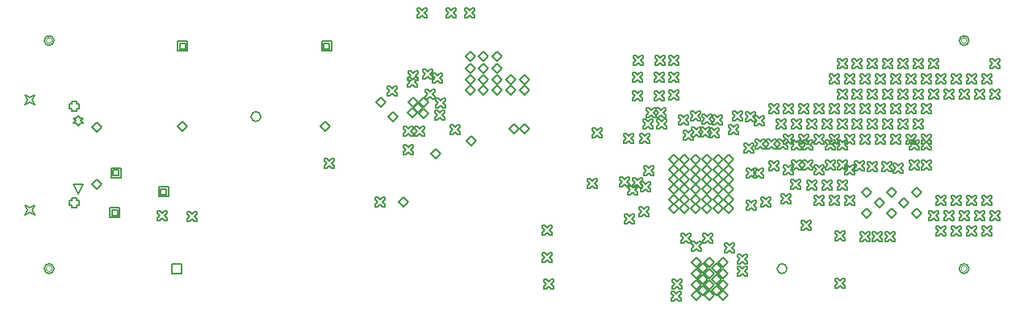
<source format=gbr>
%TF.GenerationSoftware,Altium Limited,Altium Designer,20.0.13 (296)*%
G04 Layer_Color=2752767*
%FSLAX45Y45*%
%MOMM*%
%TF.FileFunction,Drawing*%
%TF.Part,Single*%
G01*
G75*
%TA.AperFunction,NonConductor*%
%ADD109C,0.12700*%
%ADD205C,0.16933*%
%ADD206C,0.10160*%
D109*
X3286200Y4349200D02*
Y4450800D01*
X3387800D01*
Y4349200D01*
X3286200D01*
X2302500Y5189200D02*
X2251700Y5290800D01*
X2353300D01*
X2302500Y5189200D01*
Y5909200D02*
X2327900Y5934600D01*
X2353300D01*
X2327900Y5960000D01*
X2353300Y5985400D01*
X2327900D01*
X2302500Y6010800D01*
X2277100Y5985400D01*
X2251700D01*
X2277100Y5960000D01*
X2251700Y5934600D01*
X2277100D01*
X2302500Y5909200D01*
X1746700Y4969200D02*
X1772100Y5020000D01*
X1746700Y5070800D01*
X1797500Y5045400D01*
X1848300Y5070800D01*
X1822900Y5020000D01*
X1848300Y4969200D01*
X1797500Y4994600D01*
X1746700Y4969200D01*
Y6129200D02*
X1772100Y6180000D01*
X1746700Y6230800D01*
X1797500Y6205400D01*
X1848300Y6230800D01*
X1822900Y6180000D01*
X1848300Y6129200D01*
X1797500Y6154600D01*
X1746700Y6129200D01*
X2239100Y5064600D02*
Y5039200D01*
X2289900D01*
Y5064600D01*
X2315300D01*
Y5115400D01*
X2289900D01*
Y5140800D01*
X2239100D01*
Y5115400D01*
X2213700D01*
Y5064600D01*
X2239100D01*
Y6084600D02*
Y6059200D01*
X2289900D01*
Y6084600D01*
X2315300D01*
Y6135400D01*
X2289900D01*
Y6160800D01*
X2239100D01*
Y6135400D01*
X2213700D01*
Y6084600D01*
X2239100D01*
X6019640Y6354024D02*
X6045040D01*
X6070440Y6379424D01*
X6095840Y6354024D01*
X6121240D01*
Y6379424D01*
X6095840Y6404824D01*
X6121240Y6430224D01*
Y6455624D01*
X6095840D01*
X6070440Y6430224D01*
X6045040Y6455624D01*
X6019640D01*
Y6430224D01*
X6045040Y6404824D01*
X6019640Y6379424D01*
Y6354024D01*
X5949200Y6189200D02*
X5974600D01*
X6000000Y6214600D01*
X6025400Y6189200D01*
X6050800D01*
Y6214600D01*
X6025400Y6240000D01*
X6050800Y6265400D01*
Y6290800D01*
X6025400D01*
X6000000Y6265400D01*
X5974600Y6290800D01*
X5949200D01*
Y6265400D01*
X5974600Y6240000D01*
X5949200Y6214600D01*
Y6189200D01*
X6209200Y5809200D02*
X6234600D01*
X6260000Y5834600D01*
X6285400Y5809200D01*
X6310800D01*
Y5834600D01*
X6285400Y5860000D01*
X6310800Y5885400D01*
Y5910800D01*
X6285400D01*
X6260000Y5885400D01*
X6234600Y5910800D01*
X6209200D01*
Y5885400D01*
X6234600Y5860000D01*
X6209200Y5834600D01*
Y5809200D01*
X5719200Y5599200D02*
X5744600D01*
X5770000Y5624600D01*
X5795400Y5599200D01*
X5820800D01*
Y5624600D01*
X5795400Y5650000D01*
X5820800Y5675400D01*
Y5700800D01*
X5795400D01*
X5770000Y5675400D01*
X5744600Y5700800D01*
X5719200D01*
Y5675400D01*
X5744600Y5650000D01*
X5719200Y5624600D01*
Y5599200D01*
X5669200Y5100000D02*
X5720000Y5150800D01*
X5770800Y5100000D01*
X5720000Y5049200D01*
X5669200Y5100000D01*
X11869195Y6509197D02*
X11894595D01*
X11919995Y6534597D01*
X11945395Y6509197D01*
X11970795D01*
Y6534597D01*
X11945395Y6559997D01*
X11970795Y6585397D01*
Y6610797D01*
X11945395D01*
X11919995Y6585397D01*
X11894595Y6610797D01*
X11869195D01*
Y6585397D01*
X11894595Y6559997D01*
X11869195Y6534597D01*
Y6509197D01*
X11789195Y6349197D02*
X11814595D01*
X11839995Y6374597D01*
X11865395Y6349197D01*
X11890795D01*
Y6374597D01*
X11865395Y6399997D01*
X11890795Y6425397D01*
Y6450797D01*
X11865395D01*
X11839995Y6425397D01*
X11814595Y6450797D01*
X11789195D01*
Y6425397D01*
X11814595Y6399997D01*
X11789195Y6374597D01*
Y6349197D01*
X11869195Y6189197D02*
X11894595D01*
X11919995Y6214597D01*
X11945395Y6189197D01*
X11970795D01*
Y6214597D01*
X11945395Y6239997D01*
X11970795Y6265397D01*
Y6290797D01*
X11945395D01*
X11919995Y6265397D01*
X11894595Y6290797D01*
X11869195D01*
Y6265397D01*
X11894595Y6239997D01*
X11869195Y6214597D01*
Y6189197D01*
X11789195Y5069198D02*
X11814595D01*
X11839995Y5094598D01*
X11865395Y5069198D01*
X11890795D01*
Y5094598D01*
X11865395Y5119998D01*
X11890795Y5145398D01*
Y5170798D01*
X11865395D01*
X11839995Y5145398D01*
X11814595Y5170798D01*
X11789195D01*
Y5145398D01*
X11814595Y5119998D01*
X11789195Y5094598D01*
Y5069198D01*
X11869195Y4909198D02*
X11894595D01*
X11919995Y4934598D01*
X11945395Y4909198D01*
X11970795D01*
Y4934598D01*
X11945395Y4959998D01*
X11970795Y4985398D01*
Y5010798D01*
X11945395D01*
X11919995Y4985398D01*
X11894595Y5010798D01*
X11869195D01*
Y4985398D01*
X11894595Y4959998D01*
X11869195Y4934598D01*
Y4909198D01*
X11789195Y4749198D02*
X11814595D01*
X11839995Y4774598D01*
X11865395Y4749198D01*
X11890795D01*
Y4774598D01*
X11865395Y4799998D01*
X11890795Y4825398D01*
Y4850798D01*
X11865395D01*
X11839995Y4825398D01*
X11814595Y4850798D01*
X11789195D01*
Y4825398D01*
X11814595Y4799998D01*
X11789195Y4774598D01*
Y4749198D01*
X11629195Y6349197D02*
X11654595D01*
X11679995Y6374597D01*
X11705395Y6349197D01*
X11730795D01*
Y6374597D01*
X11705395Y6399997D01*
X11730795Y6425397D01*
Y6450797D01*
X11705395D01*
X11679995Y6425397D01*
X11654595Y6450797D01*
X11629195D01*
Y6425397D01*
X11654595Y6399997D01*
X11629195Y6374597D01*
Y6349197D01*
X11709195Y6189197D02*
X11734595D01*
X11759995Y6214597D01*
X11785395Y6189197D01*
X11810795D01*
Y6214597D01*
X11785395Y6239997D01*
X11810795Y6265397D01*
Y6290797D01*
X11785395D01*
X11759995Y6265397D01*
X11734595Y6290797D01*
X11709195D01*
Y6265397D01*
X11734595Y6239997D01*
X11709195Y6214597D01*
Y6189197D01*
X11629195Y5069198D02*
X11654595D01*
X11679995Y5094598D01*
X11705395Y5069198D01*
X11730795D01*
Y5094598D01*
X11705395Y5119998D01*
X11730795Y5145398D01*
Y5170798D01*
X11705395D01*
X11679995Y5145398D01*
X11654595Y5170798D01*
X11629195D01*
Y5145398D01*
X11654595Y5119998D01*
X11629195Y5094598D01*
Y5069198D01*
X11709195Y4909198D02*
X11734595D01*
X11759995Y4934598D01*
X11785395Y4909198D01*
X11810795D01*
Y4934598D01*
X11785395Y4959998D01*
X11810795Y4985398D01*
Y5010798D01*
X11785395D01*
X11759995Y4985398D01*
X11734595Y5010798D01*
X11709195D01*
Y4985398D01*
X11734595Y4959998D01*
X11709195Y4934598D01*
Y4909198D01*
X11629195Y4749198D02*
X11654595D01*
X11679995Y4774598D01*
X11705395Y4749198D01*
X11730795D01*
Y4774598D01*
X11705395Y4799998D01*
X11730795Y4825398D01*
Y4850798D01*
X11705395D01*
X11679995Y4825398D01*
X11654595Y4850798D01*
X11629195D01*
Y4825398D01*
X11654595Y4799998D01*
X11629195Y4774598D01*
Y4749198D01*
X11469195Y6349197D02*
X11494595D01*
X11519995Y6374597D01*
X11545395Y6349197D01*
X11570795D01*
Y6374597D01*
X11545395Y6399997D01*
X11570795Y6425397D01*
Y6450797D01*
X11545395D01*
X11519995Y6425397D01*
X11494595Y6450797D01*
X11469195D01*
Y6425397D01*
X11494595Y6399997D01*
X11469195Y6374597D01*
Y6349197D01*
X11549195Y6189197D02*
X11574595D01*
X11599995Y6214597D01*
X11625395Y6189197D01*
X11650795D01*
Y6214597D01*
X11625395Y6239997D01*
X11650795Y6265397D01*
Y6290797D01*
X11625395D01*
X11599995Y6265397D01*
X11574595Y6290797D01*
X11549195D01*
Y6265397D01*
X11574595Y6239997D01*
X11549195Y6214597D01*
Y6189197D01*
X11469195Y5069198D02*
X11494595D01*
X11519995Y5094598D01*
X11545395Y5069198D01*
X11570795D01*
Y5094598D01*
X11545395Y5119998D01*
X11570795Y5145398D01*
Y5170798D01*
X11545395D01*
X11519995Y5145398D01*
X11494595Y5170798D01*
X11469195D01*
Y5145398D01*
X11494595Y5119998D01*
X11469195Y5094598D01*
Y5069198D01*
X11549195Y4909198D02*
X11574595D01*
X11599995Y4934598D01*
X11625395Y4909198D01*
X11650795D01*
Y4934598D01*
X11625395Y4959998D01*
X11650795Y4985398D01*
Y5010798D01*
X11625395D01*
X11599995Y4985398D01*
X11574595Y5010798D01*
X11549195D01*
Y4985398D01*
X11574595Y4959998D01*
X11549195Y4934598D01*
Y4909198D01*
X11469195Y4749198D02*
X11494595D01*
X11519995Y4774598D01*
X11545395Y4749198D01*
X11570795D01*
Y4774598D01*
X11545395Y4799998D01*
X11570795Y4825398D01*
Y4850798D01*
X11545395D01*
X11519995Y4825398D01*
X11494595Y4850798D01*
X11469195D01*
Y4825398D01*
X11494595Y4799998D01*
X11469195Y4774598D01*
Y4749198D01*
X11309195Y6349197D02*
X11334595D01*
X11359995Y6374597D01*
X11385395Y6349197D01*
X11410795D01*
Y6374597D01*
X11385395Y6399997D01*
X11410795Y6425397D01*
Y6450797D01*
X11385395D01*
X11359995Y6425397D01*
X11334595Y6450797D01*
X11309195D01*
Y6425397D01*
X11334595Y6399997D01*
X11309195Y6374597D01*
Y6349197D01*
X11389195Y6189197D02*
X11414595D01*
X11439995Y6214597D01*
X11465395Y6189197D01*
X11490795D01*
Y6214597D01*
X11465395Y6239997D01*
X11490795Y6265397D01*
Y6290797D01*
X11465395D01*
X11439995Y6265397D01*
X11414595Y6290797D01*
X11389195D01*
Y6265397D01*
X11414595Y6239997D01*
X11389195Y6214597D01*
Y6189197D01*
X11309195Y5069198D02*
X11334595D01*
X11359995Y5094598D01*
X11385395Y5069198D01*
X11410795D01*
Y5094598D01*
X11385395Y5119998D01*
X11410795Y5145398D01*
Y5170798D01*
X11385395D01*
X11359995Y5145398D01*
X11334595Y5170798D01*
X11309195D01*
Y5145398D01*
X11334595Y5119998D01*
X11309195Y5094598D01*
Y5069198D01*
X11389195Y4909198D02*
X11414595D01*
X11439995Y4934598D01*
X11465395Y4909198D01*
X11490795D01*
Y4934598D01*
X11465395Y4959998D01*
X11490795Y4985398D01*
Y5010798D01*
X11465395D01*
X11439995Y4985398D01*
X11414595Y5010798D01*
X11389195D01*
Y4985398D01*
X11414595Y4959998D01*
X11389195Y4934598D01*
Y4909198D01*
X11309195Y4749198D02*
X11334595D01*
X11359995Y4774598D01*
X11385395Y4749198D01*
X11410795D01*
Y4774598D01*
X11385395Y4799998D01*
X11410795Y4825398D01*
Y4850798D01*
X11385395D01*
X11359995Y4825398D01*
X11334595Y4850798D01*
X11309195D01*
Y4825398D01*
X11334595Y4799998D01*
X11309195Y4774598D01*
Y4749198D01*
X11229195Y6509197D02*
X11254595D01*
X11279995Y6534597D01*
X11305395Y6509197D01*
X11330795D01*
Y6534597D01*
X11305395Y6559997D01*
X11330795Y6585397D01*
Y6610797D01*
X11305395D01*
X11279995Y6585397D01*
X11254595Y6610797D01*
X11229195D01*
Y6585397D01*
X11254595Y6559997D01*
X11229195Y6534597D01*
Y6509197D01*
X11149195Y6349197D02*
X11174595D01*
X11199995Y6374597D01*
X11225395Y6349197D01*
X11250795D01*
Y6374597D01*
X11225395Y6399997D01*
X11250795Y6425397D01*
Y6450797D01*
X11225395D01*
X11199995Y6425397D01*
X11174595Y6450797D01*
X11149195D01*
Y6425397D01*
X11174595Y6399997D01*
X11149195Y6374597D01*
Y6349197D01*
X11229195Y6189197D02*
X11254595D01*
X11279995Y6214597D01*
X11305395Y6189197D01*
X11330795D01*
Y6214597D01*
X11305395Y6239997D01*
X11330795Y6265397D01*
Y6290797D01*
X11305395D01*
X11279995Y6265397D01*
X11254595Y6290797D01*
X11229195D01*
Y6265397D01*
X11254595Y6239997D01*
X11229195Y6214597D01*
Y6189197D01*
X11149195Y6029197D02*
X11174595D01*
X11199995Y6054597D01*
X11225395Y6029197D01*
X11250795D01*
Y6054597D01*
X11225395Y6079997D01*
X11250795Y6105397D01*
Y6130797D01*
X11225395D01*
X11199995Y6105397D01*
X11174595Y6130797D01*
X11149195D01*
Y6105397D01*
X11174595Y6079997D01*
X11149195Y6054597D01*
Y6029197D01*
Y5709198D02*
X11174595D01*
X11199995Y5734598D01*
X11225395Y5709198D01*
X11250795D01*
Y5734598D01*
X11225395Y5759998D01*
X11250795Y5785398D01*
Y5810798D01*
X11225395D01*
X11199995Y5785398D01*
X11174595Y5810798D01*
X11149195D01*
Y5785398D01*
X11174595Y5759998D01*
X11149195Y5734598D01*
Y5709198D01*
X11229195Y4909198D02*
X11254595D01*
X11279995Y4934598D01*
X11305395Y4909198D01*
X11330795D01*
Y4934598D01*
X11305395Y4959998D01*
X11330795Y4985398D01*
Y5010798D01*
X11305395D01*
X11279995Y4985398D01*
X11254595Y5010798D01*
X11229195D01*
Y4985398D01*
X11254595Y4959998D01*
X11229195Y4934598D01*
Y4909198D01*
X11069195Y6509197D02*
X11094595D01*
X11119995Y6534597D01*
X11145395Y6509197D01*
X11170795D01*
Y6534597D01*
X11145395Y6559997D01*
X11170795Y6585397D01*
Y6610797D01*
X11145395D01*
X11119995Y6585397D01*
X11094595Y6610797D01*
X11069195D01*
Y6585397D01*
X11094595Y6559997D01*
X11069195Y6534597D01*
Y6509197D01*
X10989195Y6349197D02*
X11014595D01*
X11039995Y6374597D01*
X11065395Y6349197D01*
X11090795D01*
Y6374597D01*
X11065395Y6399997D01*
X11090795Y6425397D01*
Y6450797D01*
X11065395D01*
X11039995Y6425397D01*
X11014595Y6450797D01*
X10989195D01*
Y6425397D01*
X11014595Y6399997D01*
X10989195Y6374597D01*
Y6349197D01*
X11069195Y6189197D02*
X11094595D01*
X11119995Y6214597D01*
X11145395Y6189197D01*
X11170795D01*
Y6214597D01*
X11145395Y6239997D01*
X11170795Y6265397D01*
Y6290797D01*
X11145395D01*
X11119995Y6265397D01*
X11094595Y6290797D01*
X11069195D01*
Y6265397D01*
X11094595Y6239997D01*
X11069195Y6214597D01*
Y6189197D01*
X10989195Y6029197D02*
X11014595D01*
X11039995Y6054597D01*
X11065395Y6029197D01*
X11090795D01*
Y6054597D01*
X11065395Y6079997D01*
X11090795Y6105397D01*
Y6130797D01*
X11065395D01*
X11039995Y6105397D01*
X11014595Y6130797D01*
X10989195D01*
Y6105397D01*
X11014595Y6079997D01*
X10989195Y6054597D01*
Y6029197D01*
X11069195Y5869198D02*
X11094595D01*
X11119995Y5894598D01*
X11145395Y5869198D01*
X11170795D01*
Y5894598D01*
X11145395Y5919998D01*
X11170795Y5945398D01*
Y5970798D01*
X11145395D01*
X11119995Y5945398D01*
X11094595Y5970798D01*
X11069195D01*
Y5945398D01*
X11094595Y5919998D01*
X11069195Y5894598D01*
Y5869198D01*
X10989195Y5709198D02*
X11014595D01*
X11039995Y5734598D01*
X11065395Y5709198D01*
X11090795D01*
Y5734598D01*
X11065395Y5759998D01*
X11090795Y5785398D01*
Y5810798D01*
X11065395D01*
X11039995Y5785398D01*
X11014595Y5810798D01*
X10989195D01*
Y5785398D01*
X11014595Y5759998D01*
X10989195Y5734598D01*
Y5709198D01*
X10909195Y6509197D02*
X10934595D01*
X10959995Y6534597D01*
X10985395Y6509197D01*
X11010795D01*
Y6534597D01*
X10985395Y6559997D01*
X11010795Y6585397D01*
Y6610797D01*
X10985395D01*
X10959995Y6585397D01*
X10934595Y6610797D01*
X10909195D01*
Y6585397D01*
X10934595Y6559997D01*
X10909195Y6534597D01*
Y6509197D01*
X10829196Y6349197D02*
X10854596D01*
X10879996Y6374597D01*
X10905396Y6349197D01*
X10930796D01*
Y6374597D01*
X10905396Y6399997D01*
X10930796Y6425397D01*
Y6450797D01*
X10905396D01*
X10879996Y6425397D01*
X10854596Y6450797D01*
X10829196D01*
Y6425397D01*
X10854596Y6399997D01*
X10829196Y6374597D01*
Y6349197D01*
X10909195Y6189197D02*
X10934595D01*
X10959995Y6214597D01*
X10985395Y6189197D01*
X11010795D01*
Y6214597D01*
X10985395Y6239997D01*
X11010795Y6265397D01*
Y6290797D01*
X10985395D01*
X10959995Y6265397D01*
X10934595Y6290797D01*
X10909195D01*
Y6265397D01*
X10934595Y6239997D01*
X10909195Y6214597D01*
Y6189197D01*
X10829196Y6029197D02*
X10854596D01*
X10879996Y6054597D01*
X10905396Y6029197D01*
X10930796D01*
Y6054597D01*
X10905396Y6079997D01*
X10930796Y6105397D01*
Y6130797D01*
X10905396D01*
X10879996Y6105397D01*
X10854596Y6130797D01*
X10829196D01*
Y6105397D01*
X10854596Y6079997D01*
X10829196Y6054597D01*
Y6029197D01*
X10909195Y5869198D02*
X10934595D01*
X10959995Y5894598D01*
X10985395Y5869198D01*
X11010795D01*
Y5894598D01*
X10985395Y5919998D01*
X11010795Y5945398D01*
Y5970798D01*
X10985395D01*
X10959995Y5945398D01*
X10934595Y5970798D01*
X10909195D01*
Y5945398D01*
X10934595Y5919998D01*
X10909195Y5894598D01*
Y5869198D01*
X10829196Y5709198D02*
X10854596D01*
X10879996Y5734598D01*
X10905396Y5709198D01*
X10930796D01*
Y5734598D01*
X10905396Y5759998D01*
X10930796Y5785398D01*
Y5810798D01*
X10905396D01*
X10879996Y5785398D01*
X10854596Y5810798D01*
X10829196D01*
Y5785398D01*
X10854596Y5759998D01*
X10829196Y5734598D01*
Y5709198D01*
X10749195Y6509197D02*
X10774595D01*
X10799995Y6534597D01*
X10825395Y6509197D01*
X10850795D01*
Y6534597D01*
X10825395Y6559997D01*
X10850795Y6585397D01*
Y6610797D01*
X10825395D01*
X10799995Y6585397D01*
X10774595Y6610797D01*
X10749195D01*
Y6585397D01*
X10774595Y6559997D01*
X10749195Y6534597D01*
Y6509197D01*
X10669196Y6349197D02*
X10694596D01*
X10719996Y6374597D01*
X10745396Y6349197D01*
X10770796D01*
Y6374597D01*
X10745396Y6399997D01*
X10770796Y6425397D01*
Y6450797D01*
X10745396D01*
X10719996Y6425397D01*
X10694596Y6450797D01*
X10669196D01*
Y6425397D01*
X10694596Y6399997D01*
X10669196Y6374597D01*
Y6349197D01*
X10749195Y6189197D02*
X10774595D01*
X10799995Y6214597D01*
X10825395Y6189197D01*
X10850795D01*
Y6214597D01*
X10825395Y6239997D01*
X10850795Y6265397D01*
Y6290797D01*
X10825395D01*
X10799995Y6265397D01*
X10774595Y6290797D01*
X10749195D01*
Y6265397D01*
X10774595Y6239997D01*
X10749195Y6214597D01*
Y6189197D01*
X10669196Y6029197D02*
X10694596D01*
X10719996Y6054597D01*
X10745396Y6029197D01*
X10770796D01*
Y6054597D01*
X10745396Y6079997D01*
X10770796Y6105397D01*
Y6130797D01*
X10745396D01*
X10719996Y6105397D01*
X10694596Y6130797D01*
X10669196D01*
Y6105397D01*
X10694596Y6079997D01*
X10669196Y6054597D01*
Y6029197D01*
X10749195Y5869198D02*
X10774595D01*
X10799995Y5894598D01*
X10825395Y5869198D01*
X10850795D01*
Y5894598D01*
X10825395Y5919998D01*
X10850795Y5945398D01*
Y5970798D01*
X10825395D01*
X10799995Y5945398D01*
X10774595Y5970798D01*
X10749195D01*
Y5945398D01*
X10774595Y5919998D01*
X10749195Y5894598D01*
Y5869198D01*
X10669196Y5709198D02*
X10694596D01*
X10719996Y5734598D01*
X10745396Y5709198D01*
X10770796D01*
Y5734598D01*
X10745396Y5759998D01*
X10770796Y5785398D01*
Y5810798D01*
X10745396D01*
X10719996Y5785398D01*
X10694596Y5810798D01*
X10669196D01*
Y5785398D01*
X10694596Y5759998D01*
X10669196Y5734598D01*
Y5709198D01*
X10589195Y6509197D02*
X10614595D01*
X10639995Y6534597D01*
X10665395Y6509197D01*
X10690795D01*
Y6534597D01*
X10665395Y6559997D01*
X10690795Y6585397D01*
Y6610797D01*
X10665395D01*
X10639995Y6585397D01*
X10614595Y6610797D01*
X10589195D01*
Y6585397D01*
X10614595Y6559997D01*
X10589195Y6534597D01*
Y6509197D01*
X10509196Y6349197D02*
X10534596D01*
X10559996Y6374597D01*
X10585396Y6349197D01*
X10610796D01*
Y6374597D01*
X10585396Y6399997D01*
X10610796Y6425397D01*
Y6450797D01*
X10585396D01*
X10559996Y6425397D01*
X10534596Y6450797D01*
X10509196D01*
Y6425397D01*
X10534596Y6399997D01*
X10509196Y6374597D01*
Y6349197D01*
X10589195Y6189197D02*
X10614595D01*
X10639995Y6214597D01*
X10665395Y6189197D01*
X10690795D01*
Y6214597D01*
X10665395Y6239997D01*
X10690795Y6265397D01*
Y6290797D01*
X10665395D01*
X10639995Y6265397D01*
X10614595Y6290797D01*
X10589195D01*
Y6265397D01*
X10614595Y6239997D01*
X10589195Y6214597D01*
Y6189197D01*
X10509196Y6029197D02*
X10534596D01*
X10559996Y6054597D01*
X10585396Y6029197D01*
X10610796D01*
Y6054597D01*
X10585396Y6079997D01*
X10610796Y6105397D01*
Y6130797D01*
X10585396D01*
X10559996Y6105397D01*
X10534596Y6130797D01*
X10509196D01*
Y6105397D01*
X10534596Y6079997D01*
X10509196Y6054597D01*
Y6029197D01*
X10589195Y5869198D02*
X10614595D01*
X10639995Y5894598D01*
X10665395Y5869198D01*
X10690795D01*
Y5894598D01*
X10665395Y5919998D01*
X10690795Y5945398D01*
Y5970798D01*
X10665395D01*
X10639995Y5945398D01*
X10614595Y5970798D01*
X10589195D01*
Y5945398D01*
X10614595Y5919998D01*
X10589195Y5894598D01*
Y5869198D01*
X10509196Y5709198D02*
X10534596D01*
X10559996Y5734598D01*
X10585396Y5709198D01*
X10610796D01*
Y5734598D01*
X10585396Y5759998D01*
X10610796Y5785398D01*
Y5810798D01*
X10585396D01*
X10559996Y5785398D01*
X10534596Y5810798D01*
X10509196D01*
Y5785398D01*
X10534596Y5759998D01*
X10509196Y5734598D01*
Y5709198D01*
X10429196Y6509197D02*
X10454596D01*
X10479996Y6534597D01*
X10505396Y6509197D01*
X10530796D01*
Y6534597D01*
X10505396Y6559997D01*
X10530796Y6585397D01*
Y6610797D01*
X10505396D01*
X10479996Y6585397D01*
X10454596Y6610797D01*
X10429196D01*
Y6585397D01*
X10454596Y6559997D01*
X10429196Y6534597D01*
Y6509197D01*
X10349196Y6349197D02*
X10374596D01*
X10399996Y6374597D01*
X10425396Y6349197D01*
X10450796D01*
Y6374597D01*
X10425396Y6399997D01*
X10450796Y6425397D01*
Y6450797D01*
X10425396D01*
X10399996Y6425397D01*
X10374596Y6450797D01*
X10349196D01*
Y6425397D01*
X10374596Y6399997D01*
X10349196Y6374597D01*
Y6349197D01*
X10429196Y6189197D02*
X10454596D01*
X10479996Y6214597D01*
X10505396Y6189197D01*
X10530796D01*
Y6214597D01*
X10505396Y6239997D01*
X10530796Y6265397D01*
Y6290797D01*
X10505396D01*
X10479996Y6265397D01*
X10454596Y6290797D01*
X10429196D01*
Y6265397D01*
X10454596Y6239997D01*
X10429196Y6214597D01*
Y6189197D01*
X10349196Y6029197D02*
X10374596D01*
X10399996Y6054597D01*
X10425396Y6029197D01*
X10450796D01*
Y6054597D01*
X10425396Y6079997D01*
X10450796Y6105397D01*
Y6130797D01*
X10425396D01*
X10399996Y6105397D01*
X10374596Y6130797D01*
X10349196D01*
Y6105397D01*
X10374596Y6079997D01*
X10349196Y6054597D01*
Y6029197D01*
X10429196Y5869198D02*
X10454596D01*
X10479996Y5894598D01*
X10505396Y5869198D01*
X10530796D01*
Y5894598D01*
X10505396Y5919998D01*
X10530796Y5945398D01*
Y5970798D01*
X10505396D01*
X10479996Y5945398D01*
X10454596Y5970798D01*
X10429196D01*
Y5945398D01*
X10454596Y5919998D01*
X10429196Y5894598D01*
Y5869198D01*
X10349196Y5709198D02*
X10374596D01*
X10399996Y5734598D01*
X10425396Y5709198D01*
X10450796D01*
Y5734598D01*
X10425396Y5759998D01*
X10450796Y5785398D01*
Y5810798D01*
X10425396D01*
X10399996Y5785398D01*
X10374596Y5810798D01*
X10349196D01*
Y5785398D01*
X10374596Y5759998D01*
X10349196Y5734598D01*
Y5709198D01*
Y5389198D02*
X10374596D01*
X10399996Y5414598D01*
X10425396Y5389198D01*
X10450796D01*
Y5414598D01*
X10425396Y5439998D01*
X10450796Y5465398D01*
Y5490798D01*
X10425396D01*
X10399996Y5465398D01*
X10374596Y5490798D01*
X10349196D01*
Y5465398D01*
X10374596Y5439998D01*
X10349196Y5414598D01*
Y5389198D01*
Y5069198D02*
X10374596D01*
X10399996Y5094598D01*
X10425396Y5069198D01*
X10450796D01*
Y5094598D01*
X10425396Y5119998D01*
X10450796Y5145398D01*
Y5170798D01*
X10425396D01*
X10399996Y5145398D01*
X10374596Y5170798D01*
X10349196D01*
Y5145398D01*
X10374596Y5119998D01*
X10349196Y5094598D01*
Y5069198D01*
X10269196Y6509197D02*
X10294596D01*
X10319996Y6534597D01*
X10345396Y6509197D01*
X10370796D01*
Y6534597D01*
X10345396Y6559997D01*
X10370796Y6585397D01*
Y6610797D01*
X10345396D01*
X10319996Y6585397D01*
X10294596Y6610797D01*
X10269196D01*
Y6585397D01*
X10294596Y6559997D01*
X10269196Y6534597D01*
Y6509197D01*
X10189196Y6349197D02*
X10214596D01*
X10239996Y6374597D01*
X10265396Y6349197D01*
X10290796D01*
Y6374597D01*
X10265396Y6399997D01*
X10290796Y6425397D01*
Y6450797D01*
X10265396D01*
X10239996Y6425397D01*
X10214596Y6450797D01*
X10189196D01*
Y6425397D01*
X10214596Y6399997D01*
X10189196Y6374597D01*
Y6349197D01*
X10269196Y6189197D02*
X10294596D01*
X10319996Y6214597D01*
X10345396Y6189197D01*
X10370796D01*
Y6214597D01*
X10345396Y6239997D01*
X10370796Y6265397D01*
Y6290797D01*
X10345396D01*
X10319996Y6265397D01*
X10294596Y6290797D01*
X10269196D01*
Y6265397D01*
X10294596Y6239997D01*
X10269196Y6214597D01*
Y6189197D01*
X10189196Y6029197D02*
X10214596D01*
X10239996Y6054597D01*
X10265396Y6029197D01*
X10290796D01*
Y6054597D01*
X10265396Y6079997D01*
X10290796Y6105397D01*
Y6130797D01*
X10265396D01*
X10239996Y6105397D01*
X10214596Y6130797D01*
X10189196D01*
Y6105397D01*
X10214596Y6079997D01*
X10189196Y6054597D01*
Y6029197D01*
X10269196Y5869198D02*
X10294596D01*
X10319996Y5894598D01*
X10345396Y5869198D01*
X10370796D01*
Y5894598D01*
X10345396Y5919998D01*
X10370796Y5945398D01*
Y5970798D01*
X10345396D01*
X10319996Y5945398D01*
X10294596Y5970798D01*
X10269196D01*
Y5945398D01*
X10294596Y5919998D01*
X10269196Y5894598D01*
Y5869198D01*
X10189196Y5709198D02*
X10214596D01*
X10239996Y5734598D01*
X10265396Y5709198D01*
X10290796D01*
Y5734598D01*
X10265396Y5759998D01*
X10290796Y5785398D01*
Y5810798D01*
X10265396D01*
X10239996Y5785398D01*
X10214596Y5810798D01*
X10189196D01*
Y5785398D01*
X10214596Y5759998D01*
X10189196Y5734598D01*
Y5709198D01*
X10269196Y5229198D02*
X10294596D01*
X10319996Y5254598D01*
X10345396Y5229198D01*
X10370796D01*
Y5254598D01*
X10345396Y5279998D01*
X10370796Y5305398D01*
Y5330798D01*
X10345396D01*
X10319996Y5305398D01*
X10294596Y5330798D01*
X10269196D01*
Y5305398D01*
X10294596Y5279998D01*
X10269196Y5254598D01*
Y5229198D01*
X10189196Y5069198D02*
X10214596D01*
X10239996Y5094598D01*
X10265396Y5069198D01*
X10290796D01*
Y5094598D01*
X10265396Y5119998D01*
X10290796Y5145398D01*
Y5170798D01*
X10265396D01*
X10239996Y5145398D01*
X10214596Y5170798D01*
X10189196D01*
Y5145398D01*
X10214596Y5119998D01*
X10189196Y5094598D01*
Y5069198D01*
X10029196Y6029197D02*
X10054596D01*
X10079996Y6054597D01*
X10105396Y6029197D01*
X10130796D01*
Y6054597D01*
X10105396Y6079997D01*
X10130796Y6105397D01*
Y6130797D01*
X10105396D01*
X10079996Y6105397D01*
X10054596Y6130797D01*
X10029196D01*
Y6105397D01*
X10054596Y6079997D01*
X10029196Y6054597D01*
Y6029197D01*
X10109196Y5869198D02*
X10134596D01*
X10159996Y5894598D01*
X10185396Y5869198D01*
X10210796D01*
Y5894598D01*
X10185396Y5919998D01*
X10210796Y5945398D01*
Y5970798D01*
X10185396D01*
X10159996Y5945398D01*
X10134596Y5970798D01*
X10109196D01*
Y5945398D01*
X10134596Y5919998D01*
X10109196Y5894598D01*
Y5869198D01*
X10029196Y5709198D02*
X10054596D01*
X10079996Y5734598D01*
X10105396Y5709198D01*
X10130796D01*
Y5734598D01*
X10105396Y5759998D01*
X10130796Y5785398D01*
Y5810798D01*
X10105396D01*
X10079996Y5785398D01*
X10054596Y5810798D01*
X10029196D01*
Y5785398D01*
X10054596Y5759998D01*
X10029196Y5734598D01*
Y5709198D01*
Y5389198D02*
X10054596D01*
X10079996Y5414598D01*
X10105396Y5389198D01*
X10130796D01*
Y5414598D01*
X10105396Y5439998D01*
X10130796Y5465398D01*
Y5490798D01*
X10105396D01*
X10079996Y5465398D01*
X10054596Y5490798D01*
X10029196D01*
Y5465398D01*
X10054596Y5439998D01*
X10029196Y5414598D01*
Y5389198D01*
X10109196Y5229198D02*
X10134596D01*
X10159996Y5254598D01*
X10185396Y5229198D01*
X10210796D01*
Y5254598D01*
X10185396Y5279998D01*
X10210796Y5305398D01*
Y5330798D01*
X10185396D01*
X10159996Y5305398D01*
X10134596Y5330798D01*
X10109196D01*
Y5305398D01*
X10134596Y5279998D01*
X10109196Y5254598D01*
Y5229198D01*
X10029196Y5069198D02*
X10054596D01*
X10079996Y5094598D01*
X10105396Y5069198D01*
X10130796D01*
Y5094598D01*
X10105396Y5119998D01*
X10130796Y5145398D01*
Y5170798D01*
X10105396D01*
X10079996Y5145398D01*
X10054596Y5170798D01*
X10029196D01*
Y5145398D01*
X10054596Y5119998D01*
X10029196Y5094598D01*
Y5069198D01*
X9869196Y6029197D02*
X9894596D01*
X9919996Y6054597D01*
X9945396Y6029197D01*
X9970796D01*
Y6054597D01*
X9945396Y6079997D01*
X9970796Y6105397D01*
Y6130797D01*
X9945396D01*
X9919996Y6105397D01*
X9894596Y6130797D01*
X9869196D01*
Y6105397D01*
X9894596Y6079997D01*
X9869196Y6054597D01*
Y6029197D01*
X9949196Y5869198D02*
X9974596D01*
X9999996Y5894598D01*
X10025396Y5869198D01*
X10050796D01*
Y5894598D01*
X10025396Y5919998D01*
X10050796Y5945398D01*
Y5970798D01*
X10025396D01*
X9999996Y5945398D01*
X9974596Y5970798D01*
X9949196D01*
Y5945398D01*
X9974596Y5919998D01*
X9949196Y5894598D01*
Y5869198D01*
X9869196Y5709198D02*
X9894596D01*
X9919996Y5734598D01*
X9945396Y5709198D01*
X9970796D01*
Y5734598D01*
X9945396Y5759998D01*
X9970796Y5785398D01*
Y5810798D01*
X9945396D01*
X9919996Y5785398D01*
X9894596Y5810798D01*
X9869196D01*
Y5785398D01*
X9894596Y5759998D01*
X9869196Y5734598D01*
Y5709198D01*
X9949196Y5229198D02*
X9974596D01*
X9999996Y5254598D01*
X10025396Y5229198D01*
X10050796D01*
Y5254598D01*
X10025396Y5279998D01*
X10050796Y5305398D01*
Y5330798D01*
X10025396D01*
X9999996Y5305398D01*
X9974596Y5330798D01*
X9949196D01*
Y5305398D01*
X9974596Y5279998D01*
X9949196Y5254598D01*
Y5229198D01*
X9709196Y6029197D02*
X9734596D01*
X9759996Y6054597D01*
X9785396Y6029197D01*
X9810796D01*
Y6054597D01*
X9785396Y6079997D01*
X9810796Y6105397D01*
Y6130797D01*
X9785396D01*
X9759996Y6105397D01*
X9734596Y6130797D01*
X9709196D01*
Y6105397D01*
X9734596Y6079997D01*
X9709196Y6054597D01*
Y6029197D01*
X9789196Y5869198D02*
X9814596D01*
X9839996Y5894598D01*
X9865396Y5869198D01*
X9890796D01*
Y5894598D01*
X9865396Y5919998D01*
X9890796Y5945398D01*
Y5970798D01*
X9865396D01*
X9839996Y5945398D01*
X9814596Y5970798D01*
X9789196D01*
Y5945398D01*
X9814596Y5919998D01*
X9789196Y5894598D01*
Y5869198D01*
X9709196Y5709198D02*
X9734596D01*
X9759996Y5734598D01*
X9785396Y5709198D01*
X9810796D01*
Y5734598D01*
X9785396Y5759998D01*
X9810796Y5785398D01*
Y5810798D01*
X9785396D01*
X9759996Y5785398D01*
X9734596Y5810798D01*
X9709196D01*
Y5785398D01*
X9734596Y5759998D01*
X9709196Y5734598D01*
Y5709198D01*
Y5389198D02*
X9734596D01*
X9759996Y5414598D01*
X9785396Y5389198D01*
X9810796D01*
Y5414598D01*
X9785396Y5439998D01*
X9810796Y5465398D01*
Y5490798D01*
X9785396D01*
X9759996Y5465398D01*
X9734596Y5490798D01*
X9709196D01*
Y5465398D01*
X9734596Y5439998D01*
X9709196Y5414598D01*
Y5389198D01*
X9549196Y6029197D02*
X9574596D01*
X9599996Y6054597D01*
X9625396Y6029197D01*
X9650796D01*
Y6054597D01*
X9625396Y6079997D01*
X9650796Y6105397D01*
Y6130797D01*
X9625396D01*
X9599996Y6105397D01*
X9574596Y6130797D01*
X9549196D01*
Y6105397D01*
X9574596Y6079997D01*
X9549196Y6054597D01*
Y6029197D01*
X9629196Y5869198D02*
X9654596D01*
X9679996Y5894598D01*
X9705396Y5869198D01*
X9730796D01*
Y5894598D01*
X9705396Y5919998D01*
X9730796Y5945398D01*
Y5970798D01*
X9705396D01*
X9679996Y5945398D01*
X9654596Y5970798D01*
X9629196D01*
Y5945398D01*
X9654596Y5919998D01*
X9629196Y5894598D01*
Y5869198D01*
X10919200Y5090000D02*
X10970000Y5140800D01*
X11020800Y5090000D01*
X10970000Y5039200D01*
X10919200Y5090000D01*
X10659200D02*
X10710000Y5140800D01*
X10760800Y5090000D01*
X10710000Y5039200D01*
X10659200Y5090000D01*
X11049200Y5200000D02*
X11100000Y5250800D01*
X11150800Y5200000D01*
X11100000Y5149200D01*
X11049200Y5200000D01*
X10529200D02*
X10580000Y5250800D01*
X10630800Y5200000D01*
X10580000Y5149200D01*
X10529200Y5200000D01*
X10785200D02*
X10836000Y5250800D01*
X10886800Y5200000D01*
X10836000Y5149200D01*
X10785200Y5200000D01*
X10789200Y4980000D02*
X10840000Y5030800D01*
X10890800Y4980000D01*
X10840000Y4929200D01*
X10789200Y4980000D01*
X11049200D02*
X11100000Y5030800D01*
X11150800Y4980000D01*
X11100000Y4929200D01*
X11049200Y4980000D01*
X10529200D02*
X10580000Y5030800D01*
X10630800Y4980000D01*
X10580000Y4929200D01*
X10529200Y4980000D01*
X6359200Y7039200D02*
X6384600D01*
X6410000Y7064600D01*
X6435400Y7039200D01*
X6460800D01*
Y7064600D01*
X6435400Y7090000D01*
X6460800Y7115400D01*
Y7140800D01*
X6435400D01*
X6410000Y7115400D01*
X6384600Y7140800D01*
X6359200D01*
Y7115400D01*
X6384600Y7090000D01*
X6359200Y7064600D01*
Y7039200D01*
X5859200D02*
X5884600D01*
X5910000Y7064600D01*
X5935400Y7039200D01*
X5960800D01*
Y7064600D01*
X5935400Y7090000D01*
X5960800Y7115400D01*
Y7140800D01*
X5935400D01*
X5910000Y7115400D01*
X5884600Y7140800D01*
X5859200D01*
Y7115400D01*
X5884600Y7090000D01*
X5859200Y7064600D01*
Y7039200D01*
X6169200D02*
X6194600D01*
X6220000Y7064600D01*
X6245400Y7039200D01*
X6270800D01*
Y7064600D01*
X6245400Y7090000D01*
X6270800Y7115400D01*
Y7140800D01*
X6245400D01*
X6220000Y7115400D01*
X6194600Y7140800D01*
X6169200D01*
Y7115400D01*
X6194600Y7090000D01*
X6169200Y7064600D01*
Y7039200D01*
X3449200Y4899200D02*
X3474600D01*
X3500000Y4924600D01*
X3525400Y4899200D01*
X3550800D01*
Y4924600D01*
X3525400Y4950000D01*
X3550800Y4975400D01*
Y5000800D01*
X3525400D01*
X3500000Y4975400D01*
X3474600Y5000800D01*
X3449200D01*
Y4975400D01*
X3474600Y4950000D01*
X3449200Y4924600D01*
Y4899200D01*
X3139200Y4909200D02*
X3164600D01*
X3190000Y4934600D01*
X3215400Y4909200D01*
X3240800D01*
Y4934600D01*
X3215400Y4960000D01*
X3240800Y4985400D01*
Y5010800D01*
X3215400D01*
X3190000Y4985400D01*
X3164600Y5010800D01*
X3139200D01*
Y4985400D01*
X3164600Y4960000D01*
X3139200Y4934600D01*
Y4909200D01*
X10589200Y5419200D02*
X10614600D01*
X10640000Y5444600D01*
X10665400Y5419200D01*
X10690800D01*
Y5444600D01*
X10665400Y5470000D01*
X10690800Y5495400D01*
Y5520800D01*
X10665400D01*
X10640000Y5495400D01*
X10614600Y5520800D01*
X10589200D01*
Y5495400D01*
X10614600Y5470000D01*
X10589200Y5444600D01*
Y5419200D01*
X9649200Y5659200D02*
X9674600D01*
X9700000Y5684600D01*
X9725400Y5659200D01*
X9750800D01*
Y5684600D01*
X9725400Y5710000D01*
X9750800Y5735400D01*
Y5760800D01*
X9725400D01*
X9700000Y5735400D01*
X9674600Y5760800D01*
X9649200D01*
Y5735400D01*
X9674600Y5710000D01*
X9649200Y5684600D01*
Y5659200D01*
X9549200Y5429200D02*
X9574600D01*
X9600000Y5454600D01*
X9625400Y5429200D01*
X9650800D01*
Y5454600D01*
X9625400Y5480000D01*
X9650800Y5505400D01*
Y5530800D01*
X9625400D01*
X9600000Y5505400D01*
X9574600Y5530800D01*
X9549200D01*
Y5505400D01*
X9574600Y5480000D01*
X9549200Y5454600D01*
Y5429200D01*
X9529200Y5659200D02*
X9554600D01*
X9580000Y5684600D01*
X9605400Y5659200D01*
X9630800D01*
Y5684600D01*
X9605400Y5710000D01*
X9630800Y5735400D01*
Y5760800D01*
X9605400D01*
X9580000Y5735400D01*
X9554600Y5760800D01*
X9529200D01*
Y5735400D01*
X9554600Y5710000D01*
X9529200Y5684600D01*
Y5659200D01*
X9409200D02*
X9434600D01*
X9460000Y5684600D01*
X9485400Y5659200D01*
X9510800D01*
Y5684600D01*
X9485400Y5710000D01*
X9510800Y5735400D01*
Y5760800D01*
X9485400D01*
X9460000Y5735400D01*
X9434600Y5760800D01*
X9409200D01*
Y5735400D01*
X9434600Y5710000D01*
X9409200Y5684600D01*
Y5659200D01*
X10859200Y5409200D02*
X10884600D01*
X10910000Y5434600D01*
X10935400Y5409200D01*
X10960800D01*
Y5434600D01*
X10935400Y5460000D01*
X10960800Y5485400D01*
Y5510800D01*
X10935400D01*
X10910000Y5485400D01*
X10884600Y5510800D01*
X10859200D01*
Y5485400D01*
X10884600Y5460000D01*
X10859200Y5434600D01*
Y5409200D01*
X10739200Y5419200D02*
X10764600D01*
X10790000Y5444600D01*
X10815400Y5419200D01*
X10840800D01*
Y5444600D01*
X10815400Y5470000D01*
X10840800Y5495400D01*
Y5520800D01*
X10815400D01*
X10790000Y5495400D01*
X10764600Y5520800D01*
X10739200D01*
Y5495400D01*
X10764600Y5470000D01*
X10739200Y5444600D01*
Y5419200D01*
X10449200Y5429200D02*
X10474600D01*
X10500000Y5454600D01*
X10525400Y5429200D01*
X10550800D01*
Y5454600D01*
X10525400Y5480000D01*
X10550800Y5505400D01*
Y5530800D01*
X10525400D01*
X10500000Y5505400D01*
X10474600Y5530800D01*
X10449200D01*
Y5505400D01*
X10474600Y5480000D01*
X10449200Y5454600D01*
Y5429200D01*
X11029200Y5439200D02*
X11054600D01*
X11080000Y5464600D01*
X11105400Y5439200D01*
X11130800D01*
Y5464600D01*
X11105400Y5490000D01*
X11130800Y5515400D01*
Y5540800D01*
X11105400D01*
X11080000Y5515400D01*
X11054600Y5540800D01*
X11029200D01*
Y5515400D01*
X11054600Y5490000D01*
X11029200Y5464600D01*
Y5439200D01*
X11149200D02*
X11174600D01*
X11200000Y5464600D01*
X11225400Y5439200D01*
X11250800D01*
Y5464600D01*
X11225400Y5490000D01*
X11250800Y5515400D01*
Y5540800D01*
X11225400D01*
X11200000Y5515400D01*
X11174600Y5540800D01*
X11149200D01*
Y5515400D01*
X11174600Y5490000D01*
X11149200Y5464600D01*
Y5439200D01*
Y5649200D02*
X11174600D01*
X11200000Y5674600D01*
X11225400Y5649200D01*
X11250800D01*
Y5674600D01*
X11225400Y5700000D01*
X11250800Y5725400D01*
Y5750800D01*
X11225400D01*
X11200000Y5725400D01*
X11174600Y5750800D01*
X11149200D01*
Y5725400D01*
X11174600Y5700000D01*
X11149200Y5674600D01*
Y5649200D01*
X11029200D02*
X11054600D01*
X11080000Y5674600D01*
X11105400Y5649200D01*
X11130800D01*
Y5674600D01*
X11105400Y5700000D01*
X11130800Y5725400D01*
Y5750800D01*
X11105400D01*
X11080000Y5725400D01*
X11054600Y5750800D01*
X11029200D01*
Y5725400D01*
X11054600Y5700000D01*
X11029200Y5674600D01*
Y5649200D01*
X10149200Y5439200D02*
X10174600D01*
X10200000Y5464600D01*
X10225400Y5439200D01*
X10250800D01*
Y5464600D01*
X10225400Y5490000D01*
X10250800Y5515400D01*
Y5540800D01*
X10225400D01*
X10200000Y5515400D01*
X10174600Y5540800D01*
X10149200D01*
Y5515400D01*
X10174600Y5490000D01*
X10149200Y5464600D01*
Y5439200D01*
X10269200D02*
X10294600D01*
X10320000Y5464600D01*
X10345400Y5439200D01*
X10370800D01*
Y5464600D01*
X10345400Y5490000D01*
X10370800Y5515400D01*
Y5540800D01*
X10345400D01*
X10320000Y5515400D01*
X10294600Y5540800D01*
X10269200D01*
Y5515400D01*
X10294600Y5490000D01*
X10269200Y5464600D01*
Y5439200D01*
Y5649200D02*
X10294600D01*
X10320000Y5674600D01*
X10345400Y5649200D01*
X10370800D01*
Y5674600D01*
X10345400Y5700000D01*
X10370800Y5725400D01*
Y5750800D01*
X10345400D01*
X10320000Y5725400D01*
X10294600Y5750800D01*
X10269200D01*
Y5725400D01*
X10294600Y5700000D01*
X10269200Y5674600D01*
Y5649200D01*
X10149200D02*
X10174600D01*
X10200000Y5674600D01*
X10225400Y5649200D01*
X10250800D01*
Y5674600D01*
X10225400Y5700000D01*
X10250800Y5725400D01*
Y5750800D01*
X10225400D01*
X10200000Y5725400D01*
X10174600Y5750800D01*
X10149200D01*
Y5725400D01*
X10174600Y5700000D01*
X10149200Y5674600D01*
Y5649200D01*
X9789200D02*
X9814600D01*
X9840000Y5674600D01*
X9865400Y5649200D01*
X9890800D01*
Y5674600D01*
X9865400Y5700000D01*
X9890800Y5725400D01*
Y5750800D01*
X9865400D01*
X9840000Y5725400D01*
X9814600Y5750800D01*
X9789200D01*
Y5725400D01*
X9814600Y5700000D01*
X9789200Y5674600D01*
Y5649200D01*
X9909200D02*
X9934600D01*
X9960000Y5674600D01*
X9985400Y5649200D01*
X10010800D01*
Y5674600D01*
X9985400Y5700000D01*
X10010800Y5725400D01*
Y5750800D01*
X9985400D01*
X9960000Y5725400D01*
X9934600Y5750800D01*
X9909200D01*
Y5725400D01*
X9934600Y5700000D01*
X9909200Y5674600D01*
Y5649200D01*
Y5439200D02*
X9934600D01*
X9960000Y5464600D01*
X9985400Y5439200D01*
X10010800D01*
Y5464600D01*
X9985400Y5490000D01*
X10010800Y5515400D01*
Y5540800D01*
X9985400D01*
X9960000Y5515400D01*
X9934600Y5540800D01*
X9909200D01*
Y5515400D01*
X9934600Y5490000D01*
X9909200Y5464600D01*
Y5439200D01*
X9789200D02*
X9814600D01*
X9840000Y5464600D01*
X9865400Y5439200D01*
X9890800D01*
Y5464600D01*
X9865400Y5490000D01*
X9890800Y5515400D01*
Y5540800D01*
X9865400D01*
X9840000Y5515400D01*
X9814600Y5540800D01*
X9789200D01*
Y5515400D01*
X9814600Y5490000D01*
X9789200Y5464600D01*
Y5439200D01*
X9289200Y5619200D02*
X9314600D01*
X9340000Y5644600D01*
X9365400Y5619200D01*
X9390800D01*
Y5644600D01*
X9365400Y5670000D01*
X9390800Y5695400D01*
Y5720800D01*
X9365400D01*
X9340000Y5695400D01*
X9314600Y5720800D01*
X9289200D01*
Y5695400D01*
X9314600Y5670000D01*
X9289200Y5644600D01*
Y5619200D01*
X9466435Y5052322D02*
X9491835D01*
X9517235Y5077722D01*
X9542635Y5052322D01*
X9568035D01*
Y5077722D01*
X9542635Y5103122D01*
X9568035Y5128522D01*
Y5153922D01*
X9542635D01*
X9517235Y5128522D01*
X9491835Y5153922D01*
X9466435D01*
Y5128522D01*
X9491835Y5103122D01*
X9466435Y5077722D01*
Y5052322D01*
X8499200Y5550000D02*
X8550000Y5600800D01*
X8600800Y5550000D01*
X8550000Y5499200D01*
X8499200Y5550000D01*
Y5440000D02*
X8550000Y5490800D01*
X8600800Y5440000D01*
X8550000Y5389200D01*
X8499200Y5440000D01*
Y5340000D02*
X8550000Y5390800D01*
X8600800Y5340000D01*
X8550000Y5289200D01*
X8499200Y5340000D01*
Y5240000D02*
X8550000Y5290800D01*
X8600800Y5240000D01*
X8550000Y5189200D01*
X8499200Y5240000D01*
Y5130000D02*
X8550000Y5180800D01*
X8600800Y5130000D01*
X8550000Y5079200D01*
X8499200Y5130000D01*
X8609200Y5030000D02*
X8660000Y5080800D01*
X8710800Y5030000D01*
X8660000Y4979200D01*
X8609200Y5030000D01*
X8729200D02*
X8780000Y5080800D01*
X8830800Y5030000D01*
X8780000Y4979200D01*
X8729200Y5030000D01*
X8849200D02*
X8900000Y5080800D01*
X8950800Y5030000D01*
X8900000Y4979200D01*
X8849200Y5030000D01*
X8969200D02*
X9020000Y5080800D01*
X9070800Y5030000D01*
X9020000Y4979200D01*
X8969200Y5030000D01*
X8629200Y4669200D02*
X8654600D01*
X8680000Y4694600D01*
X8705400Y4669200D01*
X8730800D01*
Y4694600D01*
X8705400Y4720000D01*
X8730800Y4745400D01*
Y4770800D01*
X8705400D01*
X8680000Y4745400D01*
X8654600Y4770800D01*
X8629200D01*
Y4745400D01*
X8654600Y4720000D01*
X8629200Y4694600D01*
Y4669200D01*
X8529200Y4059200D02*
X8554600D01*
X8580000Y4084600D01*
X8605400Y4059200D01*
X8630800D01*
Y4084600D01*
X8605400Y4110000D01*
X8630800Y4135400D01*
Y4160800D01*
X8605400D01*
X8580000Y4135400D01*
X8554600Y4160800D01*
X8529200D01*
Y4135400D01*
X8554600Y4110000D01*
X8529200Y4084600D01*
Y4059200D01*
X8539200Y4189200D02*
X8564600D01*
X8590000Y4214600D01*
X8615400Y4189200D01*
X8640800D01*
Y4214600D01*
X8615400Y4240000D01*
X8640800Y4265400D01*
Y4290800D01*
X8615400D01*
X8590000Y4265400D01*
X8564600Y4290800D01*
X8539200D01*
Y4265400D01*
X8564600Y4240000D01*
X8539200Y4214600D01*
Y4189200D01*
X6369200Y6280000D02*
X6420000Y6330800D01*
X6470800Y6280000D01*
X6420000Y6229200D01*
X6369200Y6280000D01*
X6509200D02*
X6560000Y6330800D01*
X6610800Y6280000D01*
X6560000Y6229200D01*
X6509200Y6280000D01*
X6649200D02*
X6700000Y6330800D01*
X6750800Y6280000D01*
X6700000Y6229200D01*
X6649200Y6280000D01*
X6789200D02*
X6840000Y6330800D01*
X6890800Y6280000D01*
X6840000Y6229200D01*
X6789200Y6280000D01*
X6939200D02*
X6990000Y6330800D01*
X7040800Y6280000D01*
X6990000Y6229200D01*
X6939200Y6280000D01*
X6369200Y6390000D02*
X6420000Y6440800D01*
X6470800Y6390000D01*
X6420000Y6339200D01*
X6369200Y6390000D01*
X6509200D02*
X6560000Y6440800D01*
X6610800Y6390000D01*
X6560000Y6339200D01*
X6509200Y6390000D01*
X6649200D02*
X6700000Y6440800D01*
X6750800Y6390000D01*
X6700000Y6339200D01*
X6649200Y6390000D01*
X6789200D02*
X6840000Y6440800D01*
X6890800Y6390000D01*
X6840000Y6339200D01*
X6789200Y6390000D01*
X6939200D02*
X6990000Y6440800D01*
X7040800Y6390000D01*
X6990000Y6339200D01*
X6939200Y6390000D01*
X6369200Y6510000D02*
X6420000Y6560800D01*
X6470800Y6510000D01*
X6420000Y6459200D01*
X6369200Y6510000D01*
X6509200D02*
X6560000Y6560800D01*
X6610800Y6510000D01*
X6560000Y6459200D01*
X6509200Y6510000D01*
X6649200D02*
X6700000Y6560800D01*
X6750800Y6510000D01*
X6700000Y6459200D01*
X6649200Y6510000D01*
Y6630000D02*
X6700000Y6680800D01*
X6750800Y6630000D01*
X6700000Y6579200D01*
X6649200Y6630000D01*
X6509200D02*
X6560000Y6680800D01*
X6610800Y6630000D01*
X6560000Y6579200D01*
X6509200Y6630000D01*
X6369200D02*
X6420000Y6680800D01*
X6470800Y6630000D01*
X6420000Y6579200D01*
X6369200Y6630000D01*
X5919200Y6399200D02*
X5944600D01*
X5970000Y6424600D01*
X5995400Y6399200D01*
X6020800D01*
Y6424600D01*
X5995400Y6450000D01*
X6020800Y6475400D01*
Y6500800D01*
X5995400D01*
X5970000Y6475400D01*
X5944600Y6500800D01*
X5919200D01*
Y6475400D01*
X5944600Y6450000D01*
X5919200Y6424600D01*
Y6399200D01*
X5549200Y6219200D02*
X5574600D01*
X5600000Y6244600D01*
X5625400Y6219200D01*
X5650800D01*
Y6244600D01*
X5625400Y6270000D01*
X5650800Y6295400D01*
Y6320800D01*
X5625400D01*
X5600000Y6295400D01*
X5574600Y6320800D01*
X5549200D01*
Y6295400D01*
X5574600Y6270000D01*
X5549200Y6244600D01*
Y6219200D01*
X5769188Y6379187D02*
X5794588D01*
X5819988Y6404587D01*
X5845388Y6379187D01*
X5870788D01*
Y6404587D01*
X5845388Y6429987D01*
X5870788Y6455387D01*
Y6480787D01*
X5845388D01*
X5819988Y6455387D01*
X5794588Y6480787D01*
X5769188D01*
Y6455387D01*
X5794588Y6429987D01*
X5769188Y6404587D01*
Y6379187D01*
X3349200Y6689200D02*
Y6790800D01*
X3450800D01*
Y6689200D01*
X3349200D01*
X3369520Y6709520D02*
Y6770480D01*
X3430480D01*
Y6709520D01*
X3369520D01*
X4859200Y6689200D02*
Y6790800D01*
X4960800D01*
Y6689200D01*
X4859200D01*
X4879520Y6709520D02*
Y6770480D01*
X4940480D01*
Y6709520D01*
X4879520D01*
X2449200Y5890000D02*
X2500000Y5940800D01*
X2550800Y5890000D01*
X2500000Y5839200D01*
X2449200Y5890000D01*
X5759188Y6309187D02*
X5784588D01*
X5809988Y6334587D01*
X5835388Y6309187D01*
X5860788D01*
Y6334587D01*
X5835388Y6359987D01*
X5860788Y6385387D01*
Y6410787D01*
X5835388D01*
X5809988Y6385387D01*
X5784588Y6410787D01*
X5759188D01*
Y6385387D01*
X5784588Y6359987D01*
X5759188Y6334587D01*
Y6309187D01*
X2449200Y5290000D02*
X2500000Y5340800D01*
X2550800Y5290000D01*
X2500000Y5239200D01*
X2449200Y5290000D01*
X8859200Y4669200D02*
X8884600D01*
X8910000Y4694600D01*
X8935400Y4669200D01*
X8960800D01*
Y4694600D01*
X8935400Y4720000D01*
X8960800Y4745400D01*
Y4770800D01*
X8935400D01*
X8910000Y4745400D01*
X8884600Y4770800D01*
X8859200D01*
Y4745400D01*
X8884600Y4720000D01*
X8859200Y4694600D01*
Y4669200D01*
X8739200Y4589200D02*
X8764600D01*
X8790000Y4614600D01*
X8815400Y4589200D01*
X8840800D01*
Y4614600D01*
X8815400Y4640000D01*
X8840800Y4665400D01*
Y4690800D01*
X8815400D01*
X8790000Y4665400D01*
X8764600Y4690800D01*
X8739200D01*
Y4665400D01*
X8764600Y4640000D01*
X8739200Y4614600D01*
Y4589200D01*
X9399200Y5909200D02*
X9424600D01*
X9450000Y5934600D01*
X9475400Y5909200D01*
X9500800D01*
Y5934600D01*
X9475400Y5960000D01*
X9500800Y5985400D01*
Y6010800D01*
X9475400D01*
X9450000Y5985400D01*
X9424600Y6010800D01*
X9399200D01*
Y5985400D01*
X9424600Y5960000D01*
X9399200Y5934600D01*
Y5909200D01*
X9319200Y5359200D02*
X9344600D01*
X9370000Y5384600D01*
X9395400Y5359200D01*
X9420800D01*
Y5384600D01*
X9395400Y5410000D01*
X9420800Y5435400D01*
Y5460800D01*
X9395400D01*
X9370000Y5435400D01*
X9344600Y5460800D01*
X9319200D01*
Y5435400D01*
X9344600Y5410000D01*
X9319200Y5384600D01*
Y5359200D01*
X9389199Y5351900D02*
X9414599D01*
X9439999Y5377300D01*
X9465399Y5351900D01*
X9490799D01*
Y5377300D01*
X9465399Y5402700D01*
X9490799Y5428100D01*
Y5453500D01*
X9465399D01*
X9439999Y5428100D01*
X9414599Y5453500D01*
X9389199D01*
Y5428100D01*
X9414599Y5402700D01*
X9389199Y5377300D01*
Y5351900D01*
X9315526Y5015526D02*
X9340926D01*
X9366326Y5040926D01*
X9391726Y5015526D01*
X9417126D01*
Y5040926D01*
X9391726Y5066326D01*
X9417126Y5091726D01*
Y5117126D01*
X9391726D01*
X9366326Y5091726D01*
X9340926Y5117126D01*
X9315526D01*
Y5091726D01*
X9340926Y5066326D01*
X9315526Y5040926D01*
Y5015526D01*
X8129200Y6539200D02*
X8154600D01*
X8180000Y6564600D01*
X8205400Y6539200D01*
X8230800D01*
Y6564600D01*
X8205400Y6590000D01*
X8230800Y6615400D01*
Y6640800D01*
X8205400D01*
X8180000Y6615400D01*
X8154600Y6640800D01*
X8129200D01*
Y6615400D01*
X8154600Y6590000D01*
X8129200Y6564600D01*
Y6539200D01*
X8119200Y6169200D02*
X8144600D01*
X8170000Y6194600D01*
X8195400Y6169200D01*
X8220800D01*
Y6194600D01*
X8195400Y6220000D01*
X8220800Y6245400D01*
Y6270800D01*
X8195400D01*
X8170000Y6245400D01*
X8144600Y6270800D01*
X8119200D01*
Y6245400D01*
X8144600Y6220000D01*
X8119200Y6194600D01*
Y6169200D01*
X8499200Y6179200D02*
X8524600D01*
X8550000Y6204600D01*
X8575400Y6179200D01*
X8600800D01*
Y6204600D01*
X8575400Y6230000D01*
X8600800Y6255400D01*
Y6280800D01*
X8575400D01*
X8550000Y6255400D01*
X8524600Y6280800D01*
X8499200D01*
Y6255400D01*
X8524600Y6230000D01*
X8499200Y6204600D01*
Y6179200D01*
Y6359200D02*
X8524600D01*
X8550000Y6384600D01*
X8575400Y6359200D01*
X8600800D01*
Y6384600D01*
X8575400Y6410000D01*
X8600800Y6435400D01*
Y6460800D01*
X8575400D01*
X8550000Y6435400D01*
X8524600Y6460800D01*
X8499200D01*
Y6435400D01*
X8524600Y6410000D01*
X8499200Y6384600D01*
Y6359200D01*
Y6539200D02*
X8524600D01*
X8550000Y6564600D01*
X8575400Y6539200D01*
X8600800D01*
Y6564600D01*
X8575400Y6590000D01*
X8600800Y6615400D01*
Y6640800D01*
X8575400D01*
X8550000Y6615400D01*
X8524600Y6640800D01*
X8499200D01*
Y6615400D01*
X8524600Y6590000D01*
X8499200Y6564600D01*
Y6539200D01*
X8359200D02*
X8384600D01*
X8410000Y6564600D01*
X8435400Y6539200D01*
X8460800D01*
Y6564600D01*
X8435400Y6590000D01*
X8460800Y6615400D01*
Y6640800D01*
X8435400D01*
X8410000Y6615400D01*
X8384600Y6640800D01*
X8359200D01*
Y6615400D01*
X8384600Y6590000D01*
X8359200Y6564600D01*
Y6539200D01*
X8349200Y6169200D02*
X8374600D01*
X8400000Y6194600D01*
X8425400Y6169200D01*
X8450800D01*
Y6194600D01*
X8425400Y6220000D01*
X8450800Y6245400D01*
Y6270800D01*
X8425400D01*
X8400000Y6245400D01*
X8374600Y6270800D01*
X8349200D01*
Y6245400D01*
X8374600Y6220000D01*
X8349200Y6194600D01*
Y6169200D01*
Y6359200D02*
X8374600D01*
X8400000Y6384600D01*
X8425400Y6359200D01*
X8450800D01*
Y6384600D01*
X8425400Y6410000D01*
X8450800Y6435400D01*
Y6460800D01*
X8425400D01*
X8400000Y6435400D01*
X8374600Y6460800D01*
X8349200D01*
Y6435400D01*
X8374600Y6410000D01*
X8349200Y6384600D01*
Y6359200D01*
X9129200Y5809200D02*
X9154600D01*
X9180000Y5834600D01*
X9205400Y5809200D01*
X9230800D01*
Y5834600D01*
X9205400Y5860000D01*
X9230800Y5885400D01*
Y5910800D01*
X9205400D01*
X9180000Y5885400D01*
X9154600Y5910800D01*
X9129200D01*
Y5885400D01*
X9154600Y5860000D01*
X9129200Y5834600D01*
Y5809200D01*
X10249200Y4199200D02*
X10274600D01*
X10300000Y4224600D01*
X10325400Y4199200D01*
X10350800D01*
Y4224600D01*
X10325400Y4250000D01*
X10350800Y4275400D01*
Y4300800D01*
X10325400D01*
X10300000Y4275400D01*
X10274600Y4300800D01*
X10249200D01*
Y4275400D01*
X10274600Y4250000D01*
X10249200Y4224600D01*
Y4199200D01*
Y4699200D02*
X10274600D01*
X10300000Y4724600D01*
X10325400Y4699200D01*
X10350800D01*
Y4724600D01*
X10325400Y4750000D01*
X10350800Y4775400D01*
Y4800800D01*
X10325400D01*
X10300000Y4775400D01*
X10274600Y4800800D01*
X10249200D01*
Y4775400D01*
X10274600Y4750000D01*
X10249200Y4724600D01*
Y4699200D01*
X8929200Y5779200D02*
X8954600D01*
X8980000Y5804600D01*
X9005400Y5779200D01*
X9030800D01*
Y5804600D01*
X9005400Y5830000D01*
X9030800Y5855400D01*
Y5880800D01*
X9005400D01*
X8980000Y5855400D01*
X8954600Y5880800D01*
X8929200D01*
Y5855400D01*
X8954600Y5830000D01*
X8929200Y5804600D01*
Y5779200D01*
X8829200Y5789200D02*
X8854600D01*
X8880000Y5814600D01*
X8905400Y5789200D01*
X8930800D01*
Y5814600D01*
X8905400Y5840000D01*
X8930800Y5865400D01*
Y5890800D01*
X8905400D01*
X8880000Y5865400D01*
X8854600Y5890800D01*
X8829200D01*
Y5865400D01*
X8854600Y5840000D01*
X8829200Y5814600D01*
Y5789200D01*
X8739200D02*
X8764600D01*
X8790000Y5814600D01*
X8815400Y5789200D01*
X8840800D01*
Y5814600D01*
X8815400Y5840000D01*
X8840800Y5865400D01*
Y5890800D01*
X8815400D01*
X8790000Y5865400D01*
X8764600Y5890800D01*
X8739200D01*
Y5865400D01*
X8764600Y5840000D01*
X8739200Y5814600D01*
Y5789200D01*
X8372200Y5873200D02*
X8397600D01*
X8423000Y5898600D01*
X8448400Y5873200D01*
X8473800D01*
Y5898600D01*
X8448400Y5924000D01*
X8473800Y5949400D01*
Y5974800D01*
X8448400D01*
X8423000Y5949400D01*
X8397600Y5974800D01*
X8372200D01*
Y5949400D01*
X8397600Y5924000D01*
X8372200Y5898600D01*
Y5873200D01*
X8229200Y5869200D02*
X8254600D01*
X8280000Y5894600D01*
X8305400Y5869200D01*
X8330800D01*
Y5894600D01*
X8305400Y5920000D01*
X8330800Y5945400D01*
Y5970800D01*
X8305400D01*
X8280000Y5945400D01*
X8254600Y5970800D01*
X8229200D01*
Y5945400D01*
X8254600Y5920000D01*
X8229200Y5894600D01*
Y5869200D01*
X5719200Y5799200D02*
X5744600D01*
X5770000Y5824600D01*
X5795400Y5799200D01*
X5820800D01*
Y5824600D01*
X5795400Y5850000D01*
X5820800Y5875400D01*
Y5900800D01*
X5795400D01*
X5770000Y5875400D01*
X5744600Y5900800D01*
X5719200D01*
Y5875400D01*
X5744600Y5850000D01*
X5719200Y5824600D01*
Y5799200D01*
X5419200Y5049200D02*
X5444600D01*
X5470000Y5074600D01*
X5495400Y5049200D01*
X5520800D01*
Y5074600D01*
X5495400Y5100000D01*
X5520800Y5125400D01*
Y5150800D01*
X5495400D01*
X5470000Y5125400D01*
X5444600Y5150800D01*
X5419200D01*
Y5125400D01*
X5444600Y5100000D01*
X5419200Y5074600D01*
Y5049200D01*
X8239200Y5379200D02*
X8264600D01*
X8290000Y5404600D01*
X8315400Y5379200D01*
X8340800D01*
Y5404600D01*
X8315400Y5430000D01*
X8340800Y5455400D01*
Y5480800D01*
X8315400D01*
X8290000Y5455400D01*
X8264600Y5480800D01*
X8239200D01*
Y5455400D01*
X8264600Y5430000D01*
X8239200Y5404600D01*
Y5379200D01*
X8209200Y5209200D02*
X8234600D01*
X8260000Y5234600D01*
X8285400Y5209200D01*
X8310800D01*
Y5234600D01*
X8285400Y5260000D01*
X8310800Y5285400D01*
Y5310800D01*
X8285400D01*
X8260000Y5285400D01*
X8234600Y5310800D01*
X8209200D01*
Y5285400D01*
X8234600Y5260000D01*
X8209200Y5234600D01*
Y5209200D01*
X7983200Y5263200D02*
X8008600D01*
X8034000Y5288600D01*
X8059400Y5263200D01*
X8084800D01*
Y5288600D01*
X8059400Y5314000D01*
X8084800Y5339400D01*
Y5364800D01*
X8059400D01*
X8034000Y5339400D01*
X8008600Y5364800D01*
X7983200D01*
Y5339400D01*
X8008600Y5314000D01*
X7983200Y5288600D01*
Y5263200D01*
X8126200Y5253200D02*
X8151600D01*
X8177000Y5278600D01*
X8202400Y5253200D01*
X8227800D01*
Y5278600D01*
X8202400Y5304000D01*
X8227800Y5329400D01*
Y5354800D01*
X8202400D01*
X8177000Y5329400D01*
X8151600Y5354800D01*
X8126200D01*
Y5329400D01*
X8151600Y5304000D01*
X8126200Y5278600D01*
Y5253200D01*
X7649200Y5249200D02*
X7674600D01*
X7700000Y5274600D01*
X7725400Y5249200D01*
X7750800D01*
Y5274600D01*
X7725400Y5300000D01*
X7750800Y5325400D01*
Y5350800D01*
X7725400D01*
X7700000Y5325400D01*
X7674600Y5350800D01*
X7649200D01*
Y5325400D01*
X7674600Y5300000D01*
X7649200Y5274600D01*
Y5249200D01*
X7699200Y5779200D02*
X7724600D01*
X7750000Y5804600D01*
X7775400Y5779200D01*
X7800800D01*
Y5804600D01*
X7775400Y5830000D01*
X7800800Y5855400D01*
Y5880800D01*
X7775400D01*
X7750000Y5855400D01*
X7724600Y5880800D01*
X7699200D01*
Y5855400D01*
X7724600Y5830000D01*
X7699200Y5804600D01*
Y5779200D01*
X8659200Y5749200D02*
X8684600D01*
X8710000Y5774600D01*
X8735400Y5749200D01*
X8760800D01*
Y5774600D01*
X8735400Y5800000D01*
X8760800Y5825400D01*
Y5850800D01*
X8735400D01*
X8710000Y5825400D01*
X8684600Y5850800D01*
X8659200D01*
Y5825400D01*
X8684600Y5800000D01*
X8659200Y5774600D01*
Y5749200D01*
X8025200Y5718800D02*
X8050600D01*
X8076000Y5744200D01*
X8101400Y5718800D01*
X8126800D01*
Y5744200D01*
X8101400Y5769600D01*
X8126800Y5795000D01*
Y5820400D01*
X8101400D01*
X8076000Y5795000D01*
X8050600Y5820400D01*
X8025200D01*
Y5795000D01*
X8050600Y5769600D01*
X8025200Y5744200D01*
Y5718800D01*
X8195200D02*
X8220600D01*
X8246000Y5744200D01*
X8271400Y5718800D01*
X8296800D01*
Y5744200D01*
X8271400Y5769600D01*
X8296800Y5795000D01*
Y5820400D01*
X8271400D01*
X8246000Y5795000D01*
X8220600Y5820400D01*
X8195200D01*
Y5795000D01*
X8220600Y5769600D01*
X8195200Y5744200D01*
Y5718800D01*
X3149200Y5159200D02*
Y5260800D01*
X3250800D01*
Y5159200D01*
X3149200D01*
X3169520Y5179520D02*
Y5240480D01*
X3230480D01*
Y5179520D01*
X3169520D01*
X2639200Y4939200D02*
Y5040800D01*
X2740800D01*
Y4939200D01*
X2639200D01*
X2659520Y4959520D02*
Y5020480D01*
X2720480D01*
Y4959520D01*
X2659520D01*
X2649200Y5359200D02*
Y5460800D01*
X2750800D01*
Y5359200D01*
X2649200D01*
X2669520Y5379520D02*
Y5440480D01*
X2730480D01*
Y5379520D01*
X2669520D01*
X6059200Y6089200D02*
X6084600D01*
X6110000Y6114600D01*
X6135400Y6089200D01*
X6160800D01*
Y6114600D01*
X6135400Y6140000D01*
X6160800Y6165400D01*
Y6190800D01*
X6135400D01*
X6110000Y6165400D01*
X6084600Y6190800D01*
X6059200D01*
Y6165400D01*
X6084600Y6140000D01*
X6059200Y6114600D01*
Y6089200D01*
X6047200Y5965200D02*
X6072600D01*
X6098000Y5990600D01*
X6123400Y5965200D01*
X6148800D01*
Y5990600D01*
X6123400Y6016000D01*
X6148800Y6041400D01*
Y6066800D01*
X6123400D01*
X6098000Y6041400D01*
X6072600Y6066800D01*
X6047200D01*
Y6041400D01*
X6072600Y6016000D01*
X6047200Y5990600D01*
Y5965200D01*
X5839300Y5799200D02*
X5864700D01*
X5890100Y5824600D01*
X5915500Y5799200D01*
X5940900D01*
Y5824600D01*
X5915500Y5850000D01*
X5940900Y5875400D01*
Y5900800D01*
X5915500D01*
X5890100Y5875400D01*
X5864700Y5900800D01*
X5839300D01*
Y5875400D01*
X5864700Y5850000D01*
X5839300Y5824600D01*
Y5799200D01*
X4889200Y5459200D02*
X4914600D01*
X4940000Y5484600D01*
X4965400Y5459200D01*
X4990800D01*
Y5484600D01*
X4965400Y5510000D01*
X4990800Y5535400D01*
Y5560800D01*
X4965400D01*
X4940000Y5535400D01*
X4914600Y5560800D01*
X4889200D01*
Y5535400D01*
X4914600Y5510000D01*
X4889200Y5484600D01*
Y5459200D01*
X9888800Y4809200D02*
X9914200D01*
X9939600Y4834600D01*
X9965000Y4809200D01*
X9990400D01*
Y4834600D01*
X9965000Y4860000D01*
X9990400Y4885400D01*
Y4910800D01*
X9965000D01*
X9939600Y4885400D01*
X9914200Y4910800D01*
X9888800D01*
Y4885400D01*
X9914200Y4860000D01*
X9888800Y4834600D01*
Y4809200D01*
X10769200Y4689200D02*
X10794600D01*
X10820000Y4714600D01*
X10845400Y4689200D01*
X10870800D01*
Y4714600D01*
X10845400Y4740000D01*
X10870800Y4765400D01*
Y4790800D01*
X10845400D01*
X10820000Y4765400D01*
X10794600Y4790800D01*
X10769200D01*
Y4765400D01*
X10794600Y4740000D01*
X10769200Y4714600D01*
Y4689200D01*
X9089200Y4569200D02*
X9114600D01*
X9140000Y4594600D01*
X9165400Y4569200D01*
X9190800D01*
Y4594600D01*
X9165400Y4620000D01*
X9190800Y4645400D01*
Y4670800D01*
X9165400D01*
X9140000Y4645400D01*
X9114600Y4670800D01*
X9089200D01*
Y4645400D01*
X9114600Y4620000D01*
X9089200Y4594600D01*
Y4569200D01*
X8609200Y5240000D02*
X8660000Y5290800D01*
X8710800Y5240000D01*
X8660000Y5189200D01*
X8609200Y5240000D01*
X8729200D02*
X8780000Y5290800D01*
X8830800Y5240000D01*
X8780000Y5189200D01*
X8729200Y5240000D01*
X8849200D02*
X8900000Y5290800D01*
X8950800Y5240000D01*
X8900000Y5189200D01*
X8849200Y5240000D01*
X8969200D02*
X9020000Y5290800D01*
X9070800Y5240000D01*
X9020000Y5189200D01*
X8969200Y5240000D01*
X9079200D02*
X9130000Y5290800D01*
X9180800Y5240000D01*
X9130000Y5189200D01*
X9079200Y5240000D01*
Y5130000D02*
X9130000Y5180800D01*
X9180800Y5130000D01*
X9130000Y5079200D01*
X9079200Y5130000D01*
X8969200D02*
X9020000Y5180800D01*
X9070800Y5130000D01*
X9020000Y5079200D01*
X8969200Y5130000D01*
X8849200D02*
X8900000Y5180800D01*
X8950800Y5130000D01*
X8900000Y5079200D01*
X8849200Y5130000D01*
X8729200D02*
X8780000Y5180800D01*
X8830800Y5130000D01*
X8780000Y5079200D01*
X8729200Y5130000D01*
X8609200D02*
X8660000Y5180800D01*
X8710800Y5130000D01*
X8660000Y5079200D01*
X8609200Y5130000D01*
X9079200Y5030000D02*
X9130000Y5080800D01*
X9180800Y5030000D01*
X9130000Y4979200D01*
X9079200Y5030000D01*
X8499200D02*
X8550000Y5080800D01*
X8600800Y5030000D01*
X8550000Y4979200D01*
X8499200Y5030000D01*
X8609200Y5340000D02*
X8660000Y5390800D01*
X8710800Y5340000D01*
X8660000Y5289200D01*
X8609200Y5340000D01*
X8729200D02*
X8780000Y5390800D01*
X8830800Y5340000D01*
X8780000Y5289200D01*
X8729200Y5340000D01*
X8849200D02*
X8900000Y5390800D01*
X8950800Y5340000D01*
X8900000Y5289200D01*
X8849200Y5340000D01*
X8969200D02*
X9020000Y5390800D01*
X9070800Y5340000D01*
X9020000Y5289200D01*
X8969200Y5340000D01*
X9079200D02*
X9130000Y5390800D01*
X9180800Y5340000D01*
X9130000Y5289200D01*
X9079200Y5340000D01*
X8609200Y5440000D02*
X8660000Y5490800D01*
X8710800Y5440000D01*
X8660000Y5389200D01*
X8609200Y5440000D01*
X8729200D02*
X8780000Y5490800D01*
X8830800Y5440000D01*
X8780000Y5389200D01*
X8729200Y5440000D01*
X8849200D02*
X8900000Y5490800D01*
X8950800Y5440000D01*
X8900000Y5389200D01*
X8849200Y5440000D01*
X8969200D02*
X9020000Y5490800D01*
X9070800Y5440000D01*
X9020000Y5389200D01*
X8969200Y5440000D01*
X9079200D02*
X9130000Y5490800D01*
X9180800Y5440000D01*
X9130000Y5389200D01*
X9079200Y5440000D01*
Y5550000D02*
X9130000Y5600800D01*
X9180800Y5550000D01*
X9130000Y5499200D01*
X9079200Y5550000D01*
X8969200D02*
X9020000Y5600800D01*
X9070800Y5550000D01*
X9020000Y5499200D01*
X8969200Y5550000D01*
X8849200D02*
X8900000Y5600800D01*
X8950800Y5550000D01*
X8900000Y5499200D01*
X8849200Y5550000D01*
X8729200D02*
X8780000Y5600800D01*
X8830800Y5550000D01*
X8780000Y5499200D01*
X8729200Y5550000D01*
X8609200D02*
X8660000Y5600800D01*
X8710800Y5550000D01*
X8660000Y5499200D01*
X8609200Y5550000D01*
X8604200Y5918200D02*
X8629600D01*
X8655000Y5943600D01*
X8680400Y5918200D01*
X8705800D01*
Y5943600D01*
X8680400Y5969000D01*
X8705800Y5994400D01*
Y6019800D01*
X8680400D01*
X8655000Y5994400D01*
X8629600Y6019800D01*
X8604200D01*
Y5994400D01*
X8629600Y5969000D01*
X8604200Y5943600D01*
Y5918200D01*
X8735200Y5953800D02*
X8760600D01*
X8786000Y5979200D01*
X8811400Y5953800D01*
X8836800D01*
Y5979200D01*
X8811400Y6004600D01*
X8836800Y6030000D01*
Y6055400D01*
X8811400D01*
X8786000Y6030000D01*
X8760600Y6055400D01*
X8735200D01*
Y6030000D01*
X8760600Y6004600D01*
X8735200Y5979200D01*
Y5953800D01*
X8269200Y5989200D02*
X8294600D01*
X8320000Y6014600D01*
X8345400Y5989200D01*
X8370800D01*
Y6014600D01*
X8345400Y6040000D01*
X8370800Y6065400D01*
Y6090800D01*
X8345400D01*
X8320000Y6065400D01*
X8294600Y6090800D01*
X8269200D01*
Y6065400D01*
X8294600Y6040000D01*
X8269200Y6014600D01*
Y5989200D01*
X8119200Y6359200D02*
X8144600D01*
X8170000Y6384600D01*
X8195400Y6359200D01*
X8220800D01*
Y6384600D01*
X8195400Y6410000D01*
X8220800Y6435400D01*
Y6460800D01*
X8195400D01*
X8170000Y6435400D01*
X8144600Y6460800D01*
X8119200D01*
Y6435400D01*
X8144600Y6410000D01*
X8119200Y6384600D01*
Y6359200D01*
X9219200Y4319200D02*
X9244600D01*
X9270000Y4344600D01*
X9295400Y4319200D01*
X9320800D01*
Y4344600D01*
X9295400Y4370000D01*
X9320800Y4395400D01*
Y4420800D01*
X9295400D01*
X9270000Y4395400D01*
X9244600Y4420800D01*
X9219200D01*
Y4395400D01*
X9244600Y4370000D01*
X9219200Y4344600D01*
Y4319200D01*
Y4449200D02*
X9244600D01*
X9270000Y4474600D01*
X9295400Y4449200D01*
X9320800D01*
Y4474600D01*
X9295400Y4500000D01*
X9320800Y4525400D01*
Y4550800D01*
X9295400D01*
X9270000Y4525400D01*
X9244600Y4550800D01*
X9219200D01*
Y4525400D01*
X9244600Y4500000D01*
X9219200Y4474600D01*
Y4449200D01*
X8189200Y4949200D02*
X8214600D01*
X8240000Y4974600D01*
X8265400Y4949200D01*
X8290800D01*
Y4974600D01*
X8265400Y5000000D01*
X8290800Y5025400D01*
Y5050800D01*
X8265400D01*
X8240000Y5025400D01*
X8214600Y5050800D01*
X8189200D01*
Y5025400D01*
X8214600Y5000000D01*
X8189200Y4974600D01*
Y4949200D01*
X10509200Y4689200D02*
X10534600D01*
X10560000Y4714600D01*
X10585400Y4689200D01*
X10610800D01*
Y4714600D01*
X10585400Y4740000D01*
X10610800Y4765400D01*
Y4790800D01*
X10585400D01*
X10560000Y4765400D01*
X10534600Y4790800D01*
X10509200D01*
Y4765400D01*
X10534600Y4740000D01*
X10509200Y4714600D01*
Y4689200D01*
X10639200D02*
X10664600D01*
X10690000Y4714600D01*
X10715400Y4689200D01*
X10740800D01*
Y4714600D01*
X10715400Y4740000D01*
X10740800Y4765400D01*
Y4790800D01*
X10715400D01*
X10690000Y4765400D01*
X10664600Y4790800D01*
X10639200D01*
Y4765400D01*
X10664600Y4740000D01*
X10639200Y4714600D01*
Y4689200D01*
X8949200Y4170000D02*
X9000000Y4220800D01*
X9050800Y4170000D01*
X9000000Y4119200D01*
X8949200Y4170000D01*
X8809200D02*
X8860000Y4220800D01*
X8910800Y4170000D01*
X8860000Y4119200D01*
X8809200Y4170000D01*
Y4290000D02*
X8860000Y4340800D01*
X8910800Y4290000D01*
X8860000Y4239200D01*
X8809200Y4290000D01*
X8949200D02*
X9000000Y4340800D01*
X9050800Y4290000D01*
X9000000Y4239200D01*
X8949200Y4290000D01*
Y4410000D02*
X9000000Y4460800D01*
X9050800Y4410000D01*
X9000000Y4359200D01*
X8949200Y4410000D01*
X8809200D02*
X8860000Y4460800D01*
X8910800Y4410000D01*
X8860000Y4359200D01*
X8809200Y4410000D01*
X8739200Y4120000D02*
X8790000Y4170800D01*
X8840800Y4120000D01*
X8790000Y4069200D01*
X8739200Y4120000D01*
X9019200D02*
X9070000Y4170800D01*
X9120800Y4120000D01*
X9070000Y4069200D01*
X9019200Y4120000D01*
X8879200D02*
X8930000Y4170800D01*
X8980800Y4120000D01*
X8930000Y4069200D01*
X8879200Y4120000D01*
X8739200Y4230000D02*
X8790000Y4280800D01*
X8840800Y4230000D01*
X8790000Y4179200D01*
X8739200Y4230000D01*
X9019200D02*
X9070000Y4280800D01*
X9120800Y4230000D01*
X9070000Y4179200D01*
X9019200Y4230000D01*
X8879200D02*
X8930000Y4280800D01*
X8980800Y4230000D01*
X8930000Y4179200D01*
X8879200Y4230000D01*
X8739200Y4350000D02*
X8790000Y4400800D01*
X8840800Y4350000D01*
X8790000Y4299200D01*
X8739200Y4350000D01*
X9019200D02*
X9070000Y4400800D01*
X9120800Y4350000D01*
X9070000Y4299200D01*
X9019200Y4350000D01*
X8879200D02*
X8930000Y4400800D01*
X8980800Y4350000D01*
X8930000Y4299200D01*
X8879200Y4350000D01*
X9019200Y4470000D02*
X9070000Y4520800D01*
X9120800Y4470000D01*
X9070000Y4419200D01*
X9019200Y4470000D01*
X8879200D02*
X8930000Y4520800D01*
X8980800Y4470000D01*
X8930000Y4419200D01*
X8879200Y4470000D01*
X8739200D02*
X8790000Y4520800D01*
X8840800Y4470000D01*
X8790000Y4419200D01*
X8739200Y4470000D01*
X9779200Y5239200D02*
X9804600D01*
X9830000Y5264600D01*
X9855400Y5239200D01*
X9880800D01*
Y5264600D01*
X9855400Y5290000D01*
X9880800Y5315400D01*
Y5340800D01*
X9855400D01*
X9830000Y5315400D01*
X9804600Y5340800D01*
X9779200D01*
Y5315400D01*
X9804600Y5290000D01*
X9779200Y5264600D01*
Y5239200D01*
X9678567Y5080607D02*
X9703967D01*
X9729367Y5106007D01*
X9754767Y5080607D01*
X9780167D01*
Y5106007D01*
X9754767Y5131407D01*
X9780167Y5156807D01*
Y5182207D01*
X9754767D01*
X9729367Y5156807D01*
X9703967Y5182207D01*
X9678567D01*
Y5156807D01*
X9703967Y5131407D01*
X9678567Y5106007D01*
Y5080607D01*
X9310200Y5950200D02*
X9335600D01*
X9361000Y5975600D01*
X9386400Y5950200D01*
X9411800D01*
Y5975600D01*
X9386400Y6001000D01*
X9411800Y6026400D01*
Y6051800D01*
X9386400D01*
X9361000Y6026400D01*
X9335600Y6051800D01*
X9310200D01*
Y6026400D01*
X9335600Y6001000D01*
X9310200Y5975600D01*
Y5950200D01*
X9171200Y5953200D02*
X9196600D01*
X9222000Y5978600D01*
X9247400Y5953200D01*
X9272800D01*
Y5978600D01*
X9247400Y6004000D01*
X9272800Y6029400D01*
Y6054800D01*
X9247400D01*
X9222000Y6029400D01*
X9196600Y6054800D01*
X9171200D01*
Y6029400D01*
X9196600Y6004000D01*
X9171200Y5978600D01*
Y5953200D01*
X8956200Y5915200D02*
X8981600D01*
X9007000Y5940600D01*
X9032400Y5915200D01*
X9057800D01*
Y5940600D01*
X9032400Y5966000D01*
X9057800Y5991400D01*
Y6016800D01*
X9032400D01*
X9007000Y5991400D01*
X8981600Y6016800D01*
X8956200D01*
Y5991400D01*
X8981600Y5966000D01*
X8956200Y5940600D01*
Y5915200D01*
X8851200Y5920200D02*
X8876600D01*
X8902000Y5945600D01*
X8927400Y5920200D01*
X8952800D01*
Y5945600D01*
X8927400Y5971000D01*
X8952800Y5996400D01*
Y6021800D01*
X8927400D01*
X8902000Y5996400D01*
X8876600Y6021800D01*
X8851200D01*
Y5996400D01*
X8876600Y5971000D01*
X8851200Y5945600D01*
Y5920200D01*
X8369200Y5989200D02*
X8394600D01*
X8420000Y6014600D01*
X8445400Y5989200D01*
X8470800D01*
Y6014600D01*
X8445400Y6040000D01*
X8470800Y6065400D01*
Y6090800D01*
X8445400D01*
X8420000Y6065400D01*
X8394600Y6090800D01*
X8369200D01*
Y6065400D01*
X8394600Y6040000D01*
X8369200Y6014600D01*
Y5989200D01*
X8072200Y5178200D02*
X8097600D01*
X8123000Y5203600D01*
X8148400Y5178200D01*
X8173800D01*
Y5203600D01*
X8148400Y5229000D01*
X8173800Y5254400D01*
Y5279800D01*
X8148400D01*
X8123000Y5254400D01*
X8097600Y5279800D01*
X8072200D01*
Y5254400D01*
X8097600Y5229000D01*
X8072200Y5203600D01*
Y5178200D01*
X8039200Y4869200D02*
X8064600D01*
X8090000Y4894600D01*
X8115400Y4869200D01*
X8140800D01*
Y4894600D01*
X8115400Y4920000D01*
X8140800Y4945400D01*
Y4970800D01*
X8115400D01*
X8090000Y4945400D01*
X8064600Y4970800D01*
X8039200D01*
Y4945400D01*
X8064600Y4920000D01*
X8039200Y4894600D01*
Y4869200D01*
X7187200Y4188200D02*
X7212600D01*
X7238000Y4213600D01*
X7263400Y4188200D01*
X7288800D01*
Y4213600D01*
X7263400Y4239000D01*
X7288800Y4264400D01*
Y4289800D01*
X7263400D01*
X7238000Y4264400D01*
X7212600Y4289800D01*
X7187200D01*
Y4264400D01*
X7212600Y4239000D01*
X7187200Y4213600D01*
Y4188200D01*
X7177200Y4753200D02*
X7202600D01*
X7228000Y4778600D01*
X7253400Y4753200D01*
X7278800D01*
Y4778600D01*
X7253400Y4804000D01*
X7278800Y4829400D01*
Y4854800D01*
X7253400D01*
X7228000Y4829400D01*
X7202600Y4854800D01*
X7177200D01*
Y4829400D01*
X7202600Y4804000D01*
X7177200Y4778600D01*
Y4753200D01*
X7174200Y4465200D02*
X7199600D01*
X7225000Y4490600D01*
X7250400Y4465200D01*
X7275800D01*
Y4490600D01*
X7250400Y4516000D01*
X7275800Y4541400D01*
Y4566800D01*
X7250400D01*
X7225000Y4541400D01*
X7199600Y4566800D01*
X7174200D01*
Y4541400D01*
X7199600Y4516000D01*
X7174200Y4490600D01*
Y4465200D01*
X5557200Y6003000D02*
X5608000Y6053800D01*
X5658800Y6003000D01*
X5608000Y5952200D01*
X5557200Y6003000D01*
X5430200Y6155000D02*
X5481000Y6205800D01*
X5531800Y6155000D01*
X5481000Y6104200D01*
X5430200Y6155000D01*
X6009200Y5613000D02*
X6060000Y5663800D01*
X6110800Y5613000D01*
X6060000Y5562200D01*
X6009200Y5613000D01*
X6374200Y5743000D02*
X6425000Y5793800D01*
X6475800Y5743000D01*
X6425000Y5692200D01*
X6374200Y5743000D01*
X6830200Y5869000D02*
X6881000Y5919800D01*
X6931800Y5869000D01*
X6881000Y5818200D01*
X6830200Y5869000D01*
X6935200Y5871000D02*
X6986000Y5921800D01*
X7036800Y5871000D01*
X6986000Y5820200D01*
X6935200Y5871000D01*
X5821200Y6095000D02*
X5872000Y6145800D01*
X5922800Y6095000D01*
X5872000Y6044200D01*
X5821200Y6095000D01*
X5762200Y6038000D02*
X5813000Y6088800D01*
X5863800Y6038000D01*
X5813000Y5987200D01*
X5762200Y6038000D01*
X5878200Y6037000D02*
X5929000Y6087800D01*
X5979800Y6037000D01*
X5929000Y5986200D01*
X5878200Y6037000D01*
Y6152000D02*
X5929000Y6202800D01*
X5979800Y6152000D01*
X5929000Y6101200D01*
X5878200Y6152000D01*
X5765200Y6151000D02*
X5816000Y6201800D01*
X5866800Y6151000D01*
X5816000Y6100200D01*
X5765200Y6151000D01*
X4849200Y5900000D02*
X4900000Y5950800D01*
X4950800Y5900000D01*
X4900000Y5849200D01*
X4849200Y5900000D01*
X3349200D02*
X3400000Y5950800D01*
X3450800Y5900000D01*
X3400000Y5849200D01*
X3349200Y5900000D01*
D205*
X4220800Y6000000D02*
G03*
X4220800Y6000000I-50800J0D01*
G01*
X9740800Y4400000D02*
G03*
X9740800Y4400000I-50800J0D01*
G01*
X2050800D02*
G03*
X2050800Y4400000I-50800J0D01*
G01*
X11650800D02*
G03*
X11650800Y4400000I-50800J0D01*
G01*
Y6800000D02*
G03*
X11650800Y6800000I-50800J0D01*
G01*
X2050800D02*
G03*
X2050800Y6800000I-50800J0D01*
G01*
D206*
X2030480Y4400000D02*
G03*
X2030480Y4400000I-30480J0D01*
G01*
X11630480D02*
G03*
X11630480Y4400000I-30480J0D01*
G01*
Y6800000D02*
G03*
X11630480Y6800000I-30480J0D01*
G01*
X2030480D02*
G03*
X2030480Y6800000I-30480J0D01*
G01*
%TF.MD5,50e9c651c88f7128b453b6e2245b8160*%
M02*

</source>
